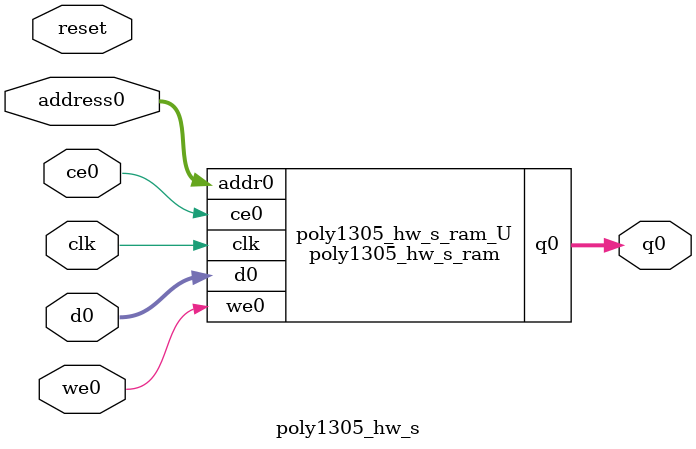
<source format=v>
`timescale 1 ns / 1 ps
module poly1305_hw_s_ram (addr0, ce0, d0, we0, q0,  clk);

parameter DWIDTH = 8;
parameter AWIDTH = 4;
parameter MEM_SIZE = 16;

input[AWIDTH-1:0] addr0;
input ce0;
input[DWIDTH-1:0] d0;
input we0;
output reg[DWIDTH-1:0] q0;
input clk;

(* ram_style = "distributed" *)reg [DWIDTH-1:0] ram[0:MEM_SIZE-1];




always @(posedge clk)  
begin 
    if (ce0) 
    begin
        if (we0) 
        begin 
            ram[addr0] <= d0; 
        end 
        q0 <= ram[addr0];
    end
end


endmodule

`timescale 1 ns / 1 ps
module poly1305_hw_s(
    reset,
    clk,
    address0,
    ce0,
    we0,
    d0,
    q0);

parameter DataWidth = 32'd8;
parameter AddressRange = 32'd16;
parameter AddressWidth = 32'd4;
input reset;
input clk;
input[AddressWidth - 1:0] address0;
input ce0;
input we0;
input[DataWidth - 1:0] d0;
output[DataWidth - 1:0] q0;



poly1305_hw_s_ram poly1305_hw_s_ram_U(
    .clk( clk ),
    .addr0( address0 ),
    .ce0( ce0 ),
    .we0( we0 ),
    .d0( d0 ),
    .q0( q0 ));

endmodule


</source>
